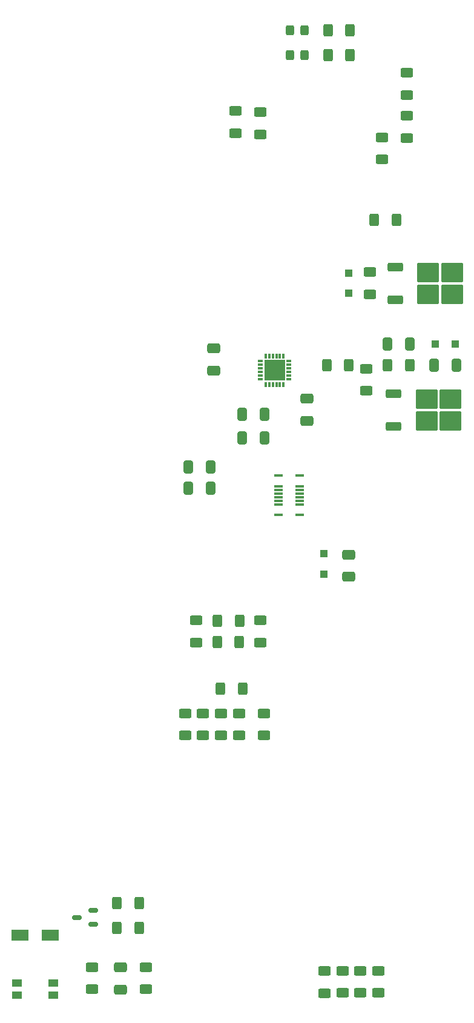
<source format=gbr>
%TF.GenerationSoftware,KiCad,Pcbnew,9.0.4*%
%TF.CreationDate,2025-10-31T13:00:25+01:00*%
%TF.ProjectId,Amperry_robot,416d7065-7272-4795-9f72-6f626f742e6b,rev?*%
%TF.SameCoordinates,Original*%
%TF.FileFunction,Paste,Top*%
%TF.FilePolarity,Positive*%
%FSLAX46Y46*%
G04 Gerber Fmt 4.6, Leading zero omitted, Abs format (unit mm)*
G04 Created by KiCad (PCBNEW 9.0.4) date 2025-10-31 13:00:25*
%MOMM*%
%LPD*%
G01*
G04 APERTURE LIST*
G04 Aperture macros list*
%AMRoundRect*
0 Rectangle with rounded corners*
0 $1 Rounding radius*
0 $2 $3 $4 $5 $6 $7 $8 $9 X,Y pos of 4 corners*
0 Add a 4 corners polygon primitive as box body*
4,1,4,$2,$3,$4,$5,$6,$7,$8,$9,$2,$3,0*
0 Add four circle primitives for the rounded corners*
1,1,$1+$1,$2,$3*
1,1,$1+$1,$4,$5*
1,1,$1+$1,$6,$7*
1,1,$1+$1,$8,$9*
0 Add four rect primitives between the rounded corners*
20,1,$1+$1,$2,$3,$4,$5,0*
20,1,$1+$1,$4,$5,$6,$7,0*
20,1,$1+$1,$6,$7,$8,$9,0*
20,1,$1+$1,$8,$9,$2,$3,0*%
G04 Aperture macros list end*
%ADD10RoundRect,0.250000X-0.625000X0.400000X-0.625000X-0.400000X0.625000X-0.400000X0.625000X0.400000X0*%
%ADD11RoundRect,0.250000X0.625000X-0.400000X0.625000X0.400000X-0.625000X0.400000X-0.625000X-0.400000X0*%
%ADD12RoundRect,0.250000X-1.275000X-1.125000X1.275000X-1.125000X1.275000X1.125000X-1.275000X1.125000X0*%
%ADD13RoundRect,0.250000X-0.850000X-0.350000X0.850000X-0.350000X0.850000X0.350000X-0.850000X0.350000X0*%
%ADD14RoundRect,0.250000X0.325000X0.450000X-0.325000X0.450000X-0.325000X-0.450000X0.325000X-0.450000X0*%
%ADD15RoundRect,0.250000X-0.300000X0.300000X-0.300000X-0.300000X0.300000X-0.300000X0.300000X0.300000X0*%
%ADD16RoundRect,0.250000X0.400000X0.625000X-0.400000X0.625000X-0.400000X-0.625000X0.400000X-0.625000X0*%
%ADD17RoundRect,0.250000X-0.412500X-0.650000X0.412500X-0.650000X0.412500X0.650000X-0.412500X0.650000X0*%
%ADD18RoundRect,0.250000X-0.400000X-0.625000X0.400000X-0.625000X0.400000X0.625000X-0.400000X0.625000X0*%
%ADD19RoundRect,0.250000X0.412500X0.650000X-0.412500X0.650000X-0.412500X-0.650000X0.412500X-0.650000X0*%
%ADD20RoundRect,0.250000X-0.650000X0.412500X-0.650000X-0.412500X0.650000X-0.412500X0.650000X0.412500X0*%
%ADD21R,0.750000X0.300000*%
%ADD22R,0.300000X0.750000*%
%ADD23R,2.850000X2.850000*%
%ADD24R,1.150000X0.300000*%
%ADD25R,1.450000X1.000000*%
%ADD26RoundRect,0.250000X-0.300000X-0.300000X0.300000X-0.300000X0.300000X0.300000X-0.300000X0.300000X0*%
%ADD27R,2.350000X1.550000*%
%ADD28RoundRect,0.250000X0.650000X-0.412500X0.650000X0.412500X-0.650000X0.412500X-0.650000X-0.412500X0*%
%ADD29RoundRect,0.150000X0.512500X0.150000X-0.512500X0.150000X-0.512500X-0.150000X0.512500X-0.150000X0*%
%ADD30RoundRect,0.250000X0.300000X-0.300000X0.300000X0.300000X-0.300000X0.300000X-0.300000X-0.300000X0*%
G04 APERTURE END LIST*
D10*
%TO.C,R16*%
X69500000Y-141450000D03*
X69500000Y-144550000D03*
%TD*%
D11*
%TO.C,R26*%
X49000000Y-95550000D03*
X49000000Y-92450000D03*
%TD*%
%TO.C,R13*%
X47500000Y-108550000D03*
X47500000Y-105450000D03*
%TD*%
D12*
%TO.C,Q2*%
X81475000Y-43877500D03*
X81475000Y-46927500D03*
X84825000Y-43877500D03*
X84825000Y-46927500D03*
D13*
X76850000Y-43122500D03*
X76850000Y-47682500D03*
%TD*%
D14*
%TO.C,LED2*%
X64215000Y-9960000D03*
X62165000Y-9960000D03*
%TD*%
D11*
%TO.C,R5*%
X73350000Y-46880000D03*
X73350000Y-43780000D03*
%TD*%
D15*
%TO.C,D4*%
X66850000Y-83180000D03*
X66850000Y-85980000D03*
%TD*%
D16*
%TO.C,R4*%
X78900000Y-56830000D03*
X75800000Y-56830000D03*
%TD*%
D17*
%TO.C,C4*%
X55437500Y-63650000D03*
X58562500Y-63650000D03*
%TD*%
D11*
%TO.C,R29*%
X34480000Y-144050000D03*
X34480000Y-140950000D03*
%TD*%
D16*
%TO.C,R3*%
X70400000Y-56830000D03*
X67300000Y-56830000D03*
%TD*%
%TO.C,R63*%
X41050000Y-135500000D03*
X37950000Y-135500000D03*
%TD*%
D18*
%TO.C,R28*%
X67450000Y-10000000D03*
X70550000Y-10000000D03*
%TD*%
%TO.C,R22*%
X52450000Y-102000000D03*
X55550000Y-102000000D03*
%TD*%
D19*
%TO.C,C9*%
X51062500Y-74000000D03*
X47937500Y-74000000D03*
%TD*%
D20*
%TO.C,C3*%
X70350000Y-83267500D03*
X70350000Y-86392500D03*
%TD*%
D10*
%TO.C,R14*%
X58500000Y-105450000D03*
X58500000Y-108550000D03*
%TD*%
D11*
%TO.C,R20*%
X52500000Y-108550000D03*
X52500000Y-105450000D03*
%TD*%
D18*
%TO.C,R23*%
X52000000Y-92500000D03*
X55100000Y-92500000D03*
%TD*%
D10*
%TO.C,R2*%
X42000000Y-140950000D03*
X42000000Y-144050000D03*
%TD*%
%TO.C,R17*%
X72000000Y-141450000D03*
X72000000Y-144550000D03*
%TD*%
D21*
%TO.C,IC2*%
X62000000Y-58750000D03*
X62000000Y-58250000D03*
X62000000Y-57750000D03*
X62000000Y-57250000D03*
X62000000Y-56750000D03*
X62000000Y-56250000D03*
D22*
X61250000Y-55500000D03*
X60750000Y-55500000D03*
X60250000Y-55500000D03*
X59750000Y-55500000D03*
X59250000Y-55500000D03*
X58750000Y-55500000D03*
D21*
X58000000Y-56250000D03*
X58000000Y-56750000D03*
X58000000Y-57250000D03*
X58000000Y-57750000D03*
X58000000Y-58250000D03*
X58000000Y-58750000D03*
D22*
X58750000Y-59500000D03*
X59250000Y-59500000D03*
X59750000Y-59500000D03*
X60250000Y-59500000D03*
X60750000Y-59500000D03*
X61250000Y-59500000D03*
D23*
X60000000Y-57500000D03*
%TD*%
D12*
%TO.C,Q1*%
X81275000Y-61525000D03*
X81275000Y-64575000D03*
X84625000Y-61525000D03*
X84625000Y-64575000D03*
D13*
X76650000Y-60770000D03*
X76650000Y-65330000D03*
%TD*%
D18*
%TO.C,R6*%
X67450000Y-13500000D03*
X70550000Y-13500000D03*
%TD*%
D14*
%TO.C,LED1*%
X64215000Y-13500000D03*
X62165000Y-13500000D03*
%TD*%
D17*
%TO.C,C6*%
X55437500Y-67000000D03*
X58562500Y-67000000D03*
%TD*%
D24*
%TO.C,J1*%
X60515000Y-77750000D03*
X60515000Y-76250000D03*
X60515000Y-75750000D03*
X60515000Y-75250000D03*
X60515000Y-74750000D03*
X60515000Y-74250000D03*
X60515000Y-73750000D03*
X60515000Y-72250000D03*
X63485000Y-72250000D03*
X63485000Y-73750000D03*
X63485000Y-74250000D03*
X63485000Y-74750000D03*
X63485000Y-75250000D03*
X63485000Y-75750000D03*
X63485000Y-76250000D03*
X63485000Y-77750000D03*
%TD*%
D20*
%TO.C,C7*%
X64500000Y-61437500D03*
X64500000Y-64562500D03*
%TD*%
D18*
%TO.C,R25*%
X51950000Y-95500000D03*
X55050000Y-95500000D03*
%TD*%
D25*
%TO.C,BTN1*%
X23925000Y-144850000D03*
X23925000Y-143150000D03*
X29075000Y-144850000D03*
X29075000Y-143150000D03*
%TD*%
D10*
%TO.C,R12*%
X58000000Y-92450000D03*
X58000000Y-95550000D03*
%TD*%
D11*
%TO.C,R27*%
X54540079Y-24354031D03*
X54540079Y-21254031D03*
%TD*%
D26*
%TO.C,D3*%
X82450000Y-53830000D03*
X85250000Y-53830000D03*
%TD*%
D27*
%TO.C,DS7*%
X24350000Y-136500000D03*
X28650000Y-136500000D03*
%TD*%
D19*
%TO.C,C2*%
X78912500Y-53830000D03*
X75787500Y-53830000D03*
%TD*%
D28*
%TO.C,C13*%
X51500000Y-57562500D03*
X51500000Y-54437500D03*
%TD*%
D18*
%TO.C,R8*%
X73950000Y-36500000D03*
X77050000Y-36500000D03*
%TD*%
D29*
%TO.C,Q7*%
X34637500Y-134950000D03*
X34637500Y-133050000D03*
X32362500Y-134000000D03*
%TD*%
D17*
%TO.C,C1*%
X82287500Y-56830000D03*
X85412500Y-56830000D03*
%TD*%
D11*
%TO.C,R19*%
X50000000Y-108550000D03*
X50000000Y-105450000D03*
%TD*%
%TO.C,R21*%
X55000000Y-108550000D03*
X55000000Y-105450000D03*
%TD*%
D28*
%TO.C,C37*%
X38480000Y-144062500D03*
X38480000Y-140937500D03*
%TD*%
D10*
%TO.C,R11*%
X78500000Y-15950000D03*
X78500000Y-19050000D03*
%TD*%
D19*
%TO.C,C8*%
X51062500Y-71000000D03*
X47937500Y-71000000D03*
%TD*%
D30*
%TO.C,D2*%
X70350000Y-46730000D03*
X70350000Y-43930000D03*
%TD*%
D11*
%TO.C,R7*%
X72850000Y-60380000D03*
X72850000Y-57280000D03*
%TD*%
D10*
%TO.C,R10*%
X78500000Y-21950000D03*
X78500000Y-25050000D03*
%TD*%
%TO.C,R24*%
X58000000Y-21450000D03*
X58000000Y-24550000D03*
%TD*%
%TO.C,R15*%
X67000000Y-141500000D03*
X67000000Y-144600000D03*
%TD*%
%TO.C,R9*%
X75000000Y-24950000D03*
X75000000Y-28050000D03*
%TD*%
D18*
%TO.C,R75*%
X37950000Y-132000000D03*
X41050000Y-132000000D03*
%TD*%
D10*
%TO.C,R18*%
X74500000Y-141450000D03*
X74500000Y-144550000D03*
%TD*%
M02*

</source>
